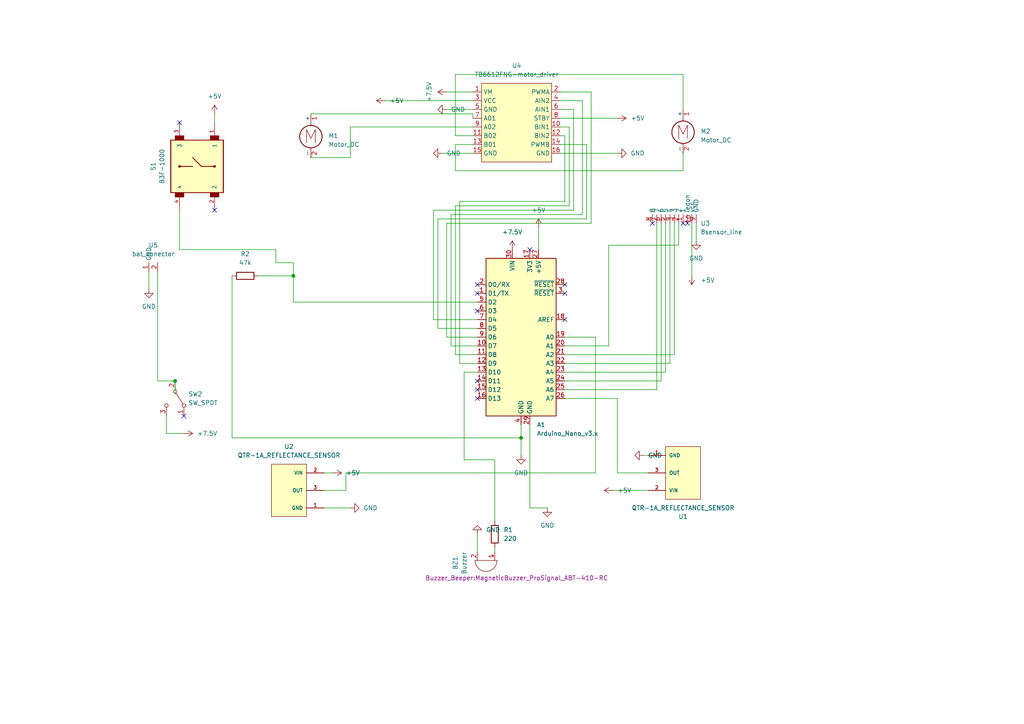
<source format=kicad_sch>
(kicad_sch (version 20211123) (generator eeschema)
  (paper "A4")
  (lib_symbols
    (symbol "B3F-1000:B3F-1000" (pin_names (offset 1.016))
      (property "Reference" "S" (at -7.62 7.62 0))
      (property "Value" "B3F-1000" (at -7.62 -8.9154 0))
      (symbol "B3F-1000_0_0"
        (rectangle (start -8.89 -6.35) (end -7.62 -3.81) (fill (type outline)))
        (rectangle (start -8.89 3.81) (end -7.62 6.35) (fill (type outline)))
        (rectangle (start -7.62 -7.62) (end 7.62 7.62) (stroke (width 0.254)) (fill (type background)))
        (circle (center 0 -5.08) (radius 0.254) (stroke (width 0.254)))
        (polyline (pts (xy -7.62 7.62) (xy 7.62 7.62)) (stroke (width 0.254)))
        (polyline (pts (xy 0 -5.08) (xy 0 -1.27)) (stroke (width 0.254)))
        (polyline (pts (xy 0 -1.27) (xy 2.54 1.27)) (stroke (width 0.254)))
        (polyline (pts (xy 0 5.08) (xy 0 1.27)) (stroke (width 0.254)))
        (polyline (pts (xy 7.62 -7.62) (xy -7.62 -7.62)) (stroke (width 0.254)))
        (circle (center 0 5.08) (radius 0.254) (stroke (width 0.254)))
        (rectangle (start 7.62 -6.35) (end 8.89 -3.81) (fill (type outline)))
        (rectangle (start 7.62 3.81) (end 8.89 6.35) (fill (type outline)))
        (pin passive line (at 12.7 -5.08 180) (length 5.08) (name "1") (number "1"))
        (pin passive line (at -12.7 -5.08 0) (length 5.08) (name "2") (number "2"))
        (pin passive line (at 12.7 5.08 180) (length 5.08) (name "3") (number "3"))
        (pin passive line (at -12.7 5.08 0) (length 5.08) (name "4") (number "4"))
      )
    )
    (symbol "Device:Buzzer" (pin_names (offset 0.0254) hide)
      (property "Reference" "BZ" (at 3.81 1.27 0))
      (property "Value" "Buzzer" (at 3.81 -1.27 0))
      (symbol "Buzzer_0_1"
        (arc (start 0 -3.175) (mid 3.175 0) (end 0 3.175))
        (polyline (pts (xy -1.651 1.905) (xy -1.143 1.905)))
        (polyline (pts (xy -1.397 2.159) (xy -1.397 1.651)))
        (polyline (pts (xy 0 3.175) (xy 0 -3.175)))
      )
      (symbol "Buzzer_1_1"
        (pin passive line (at -2.54 2.54 0) (length 2.54) (name "-") (number "1"))
        (pin passive line (at -2.54 -2.54 0) (length 2.54) (name "+") (number "2"))
      )
    )
    (symbol "Device:R" (pin_numbers hide) (pin_names (offset 0))
      (property "Reference" "R" (at 2.032 0 90))
      (property "Value" "R" (at 0 0 90))
      (symbol "R_0_1"
        (rectangle (start -1.016 -2.54) (end 1.016 2.54) (stroke (width 0.254)))
      )
      (symbol "R_1_1"
        (pin passive line (at 0 3.81 270) (length 1.27) (name "~") (number "1"))
        (pin passive line (at 0 -3.81 90) (length 1.27) (name "~") (number "2"))
      )
    )
    (symbol "MCU_Module:Arduino_Nano_v3.x"
      (property "Reference" "A" (at -10.16 23.495 0))
      (property "Value" "Arduino_Nano_v3.x" (at 5.08 -24.13 0))
      (symbol "Arduino_Nano_v3.x_0_1"
        (rectangle (start -10.16 22.86) (end 10.16 -22.86) (stroke (width 0.254)) (fill (type background)))
      )
      (symbol "Arduino_Nano_v3.x_1_1"
        (pin bidirectional line (at -12.7 12.7 0) (length 2.54) (name "D1/TX") (number "1"))
        (pin bidirectional line (at -12.7 -2.54 0) (length 2.54) (name "D7") (number "10"))
        (pin bidirectional line (at -12.7 -5.08 0) (length 2.54) (name "D8") (number "11"))
        (pin bidirectional line (at -12.7 -7.62 0) (length 2.54) (name "D9") (number "12"))
        (pin bidirectional line (at -12.7 -10.16 0) (length 2.54) (name "D10") (number "13"))
        (pin bidirectional line (at -12.7 -12.7 0) (length 2.54) (name "D11") (number "14"))
        (pin bidirectional line (at -12.7 -15.24 0) (length 2.54) (name "D12") (number "15"))
        (pin bidirectional line (at -12.7 -17.78 0) (length 2.54) (name "D13") (number "16"))
        (pin power_out line (at 2.54 25.4 270) (length 2.54) (name "3V3") (number "17"))
        (pin input line (at 12.7 5.08 180) (length 2.54) (name "AREF") (number "18"))
        (pin bidirectional line (at 12.7 0 180) (length 2.54) (name "A0") (number "19"))
        (pin bidirectional line (at -12.7 15.24 0) (length 2.54) (name "D0/RX") (number "2"))
        (pin bidirectional line (at 12.7 -2.54 180) (length 2.54) (name "A1") (number "20"))
        (pin bidirectional line (at 12.7 -5.08 180) (length 2.54) (name "A2") (number "21"))
        (pin bidirectional line (at 12.7 -7.62 180) (length 2.54) (name "A3") (number "22"))
        (pin bidirectional line (at 12.7 -10.16 180) (length 2.54) (name "A4") (number "23"))
        (pin bidirectional line (at 12.7 -12.7 180) (length 2.54) (name "A5") (number "24"))
        (pin bidirectional line (at 12.7 -15.24 180) (length 2.54) (name "A6") (number "25"))
        (pin bidirectional line (at 12.7 -17.78 180) (length 2.54) (name "A7") (number "26"))
        (pin power_out line (at 5.08 25.4 270) (length 2.54) (name "+5V") (number "27"))
        (pin input line (at 12.7 15.24 180) (length 2.54) (name "~{RESET}") (number "28"))
        (pin power_in line (at 2.54 -25.4 90) (length 2.54) (name "GND") (number "29"))
        (pin input line (at 12.7 12.7 180) (length 2.54) (name "~{RESET}") (number "3"))
        (pin power_in line (at -2.54 25.4 270) (length 2.54) (name "VIN") (number "30"))
        (pin power_in line (at 0 -25.4 90) (length 2.54) (name "GND") (number "4"))
        (pin bidirectional line (at -12.7 10.16 0) (length 2.54) (name "D2") (number "5"))
        (pin bidirectional line (at -12.7 7.62 0) (length 2.54) (name "D3") (number "6"))
        (pin bidirectional line (at -12.7 5.08 0) (length 2.54) (name "D4") (number "7"))
        (pin bidirectional line (at -12.7 2.54 0) (length 2.54) (name "D5") (number "8"))
        (pin bidirectional line (at -12.7 0 0) (length 2.54) (name "D6") (number "9"))
      )
    )
    (symbol "Motor:Motor_DC" (pin_names (offset 0))
      (property "Reference" "M" (at 2.54 2.54 0))
      (property "Value" "Motor_DC" (at 2.54 -5.08 0))
      (symbol "Motor_DC_0_0"
        (polyline (pts (xy -1.27 -3.302) (xy -1.27 0.508) (xy 0 -2.032) (xy 1.27 0.508) (xy 1.27 -3.302)))
      )
      (symbol "Motor_DC_0_1"
        (circle (center 0 -1.524) (radius 3.2512) (stroke (width 0.254)))
        (polyline (pts (xy 0 -7.62) (xy 0 -7.112)))
        (polyline (pts (xy 0 -4.7752) (xy 0 -5.1816)))
        (polyline (pts (xy 0 1.7272) (xy 0 2.0828)))
        (polyline (pts (xy 0 2.032) (xy 0 2.54)))
      )
      (symbol "Motor_DC_1_1"
        (pin passive line (at 0 5.08 270) (length 2.54) (name "+") (number "1"))
        (pin passive line (at 0 -7.62 90) (length 2.54) (name "-") (number "2"))
      )
    )
    (symbol "QTR-1A_REFLECTANCE_SENSOR:QTR-1A_REFLECTANCE_SENSOR" (pin_names (offset 1.016))
      (property "Reference" "U" (at -5.08 8.1534 0))
      (property "Value" "QTR-1A_REFLECTANCE_SENSOR" (at -5.08 -10.1854 0))
      (symbol "QTR-1A_REFLECTANCE_SENSOR_0_0"
        (rectangle (start -5.08 -7.62) (end 5.08 7.62) (stroke (width 0.1524)) (fill (type background)))
        (pin power_in line (at 10.16 -5.08 180) (length 5.08) (name "GND") (number "1"))
        (pin power_in line (at 10.16 5.08 180) (length 5.08) (name "VIN") (number "2"))
        (pin output line (at 10.16 0 180) (length 5.08) (name "OUT") (number "3"))
      )
    )
    (symbol "Switch:SW_SPDT" (pin_names (offset 0) hide)
      (property "Reference" "SW" (at 0 4.318 0))
      (property "Value" "SW_SPDT" (at 0 -5.08 0))
      (symbol "SW_SPDT_0_0"
        (circle (center -2.032 0) (radius 0.508))
        (circle (center 2.032 -2.54) (radius 0.508))
      )
      (symbol "SW_SPDT_0_1"
        (polyline (pts (xy -1.524 0.254) (xy 1.651 2.286)))
        (circle (center 2.032 2.54) (radius 0.508))
      )
      (symbol "SW_SPDT_1_1"
        (pin passive line (at 5.08 2.54 180) (length 2.54) (name "A") (number "1"))
        (pin passive line (at -5.08 0 0) (length 2.54) (name "B") (number "2"))
        (pin passive line (at 5.08 -2.54 180) (length 2.54) (name "C") (number "3"))
      )
    )
    (symbol "libbbb:bat_conector"
      (property "Reference" "U" (at 0 0 0))
      (property "Value" "bat_conector" (at 0 0 0))
      (symbol "bat_conector_1_1"
        (pin input line (at 0 -2.54 0) (length 2.54) (name "GND") (number "1"))
        (pin input line (at 0 -5.08 0) (length 2.54) (name "") (number "2"))
      )
    )
    (symbol "placa_velocista:8sensor_line"
      (property "Reference" "U" (at 0 0 0))
      (property "Value" "8sensor_line" (at 0 -15 0))
      (symbol "8sensor_line_1_1"
        (pin input line (at -2.54 0 90) (length 2.54) (name "ledon") (number ""))
        (pin input line (at -3.81 0 90) (length 2.54) (name "1") (number "1"))
        (pin input line (at -1.27 0 90) (length 2.54) (name "vcc") (number "10"))
        (pin input line (at -5.08 0 90) (length 2.54) (name "2") (number "2"))
        (pin input line (at -6.35 0 90) (length 2.54) (name "3") (number "3"))
        (pin input line (at -7.62 0 90) (length 2.54) (name "4") (number "4"))
        (pin input line (at -8.89 0 90) (length 2.54) (name "5") (number "5"))
        (pin input line (at -10.16 0 90) (length 2.54) (name "6") (number "6"))
        (pin input line (at -11.43 0 90) (length 2.54) (name "7") (number "7"))
        (pin input line (at -12.7 0 90) (length 2.54) (name "8") (number "8"))
        (pin input line (at 0 0 90) (length 2.54) (name "GND") (number "9"))
      )
    )
    (symbol "placa_velocista:TB6612FNG-motor_driver"
      (property "Reference" "U" (at 0 8.89 0))
      (property "Value" "TB6612FNG-motor_driver" (at 7.62 -2.54 0))
      (symbol "TB6612FNG-motor_driver_0_1"
        (rectangle (start 2.54 22.86) (end 22.86 0) (fill (type background)))
      )
      (symbol "TB6612FNG-motor_driver_1_1"
        (pin input line (at 0 20.32 0) (length 2.54) (name "VM") (number "1"))
        (pin input line (at 25.4 10.16 180) (length 2.54) (name "BIN1") (number "10"))
        (pin input line (at 0 7.62 0) (length 2.54) (name "B02") (number "11"))
        (pin input line (at 25.4 7.62 180) (length 2.54) (name "BIN2") (number "12"))
        (pin input line (at 0 5.08 0) (length 2.54) (name "B01") (number "13"))
        (pin input line (at 25.4 5.08 180) (length 2.54) (name "PWMB") (number "14"))
        (pin input line (at 0 2.54 0) (length 2.54) (name "GND") (number "15"))
        (pin input line (at 25.4 2.54 180) (length 2.54) (name "GND") (number "16"))
        (pin input line (at 25.4 20.32 180) (length 2.54) (name "PWMA") (number "2"))
        (pin input line (at 0 17.78 0) (length 2.54) (name "VCC") (number "3"))
        (pin input line (at 25.4 17.78 180) (length 2.54) (name "AIN2") (number "4"))
        (pin input line (at 0 15.24 0) (length 2.54) (name "GND") (number "5"))
        (pin input line (at 25.4 15.24 180) (length 2.54) (name "AIN1") (number "6"))
        (pin input line (at 0 12.7 0) (length 2.54) (name "A01") (number "7"))
        (pin input line (at 25.4 12.7 180) (length 2.54) (name "STBY") (number "8"))
        (pin input line (at 0 10.16 0) (length 2.54) (name "A02") (number "9"))
      )
    )
    (symbol "power:+5V" (power) (pin_names (offset 0))
      (property "Value" "+5V" (at 0 3.556 0))
      (symbol "+5V_0_1"
        (polyline (pts (xy -0.762 1.27) (xy 0 2.54)))
        (polyline (pts (xy 0 0) (xy 0 2.54)))
        (polyline (pts (xy 0 2.54) (xy 0.762 1.27)))
      )
      (symbol "+5V_1_1"
        (pin power_in line (at 0 0 90) (length 0) hide (name "+5V") (number "1"))
      )
    )
    (symbol "power:+7.5V" (power) (pin_names (offset 0))
      (property "Value" "+7.5V" (at 0 3.556 0))
      (symbol "+7.5V_0_1"
        (polyline (pts (xy -0.762 1.27) (xy 0 2.54)))
        (polyline (pts (xy 0 0) (xy 0 2.54)))
        (polyline (pts (xy 0 2.54) (xy 0.762 1.27)))
      )
      (symbol "+7.5V_1_1"
        (pin power_in line (at 0 0 90) (length 0) hide (name "+7.5V") (number "1"))
      )
    )
    (symbol "power:GND" (power) (pin_names (offset 0))
      (property "Value" "GND" (at 0 -3.81 0))
      (symbol "GND_0_1"
        (polyline (pts (xy 0 0) (xy 0 -1.27) (xy 1.27 -1.27) (xy 0 -2.54) (xy -1.27 -1.27) (xy 0 -1.27)))
      )
      (symbol "GND_1_1"
        (pin power_in line (at 0 0 270) (length 0) hide (name "GND") (number "1"))
      )
    )
  )
  (junction (at 151.13 127))
  (junction (at 50.8 110.49))
  (junction (at 85.09 80.01))
  (no_connect (at 198.12 64.77))
  (no_connect (at 199.39 64.77))
  (no_connect (at 189.23 64.77))
  (no_connect (at 53.34 120.65))
  (no_connect (at 52.07 35.56))
  (no_connect (at 62.23 60.96))
  (no_connect (at 138.43 90.17))
  (no_connect (at 138.43 115.57))
  (no_connect (at 138.43 113.03))
  (no_connect (at 138.43 110.49))
  (no_connect (at 163.83 92.71))
  (no_connect (at 163.83 85.09))
  (no_connect (at 163.83 82.55))
  (no_connect (at 153.67 72.39))
  (no_connect (at 138.43 85.09))
  (no_connect (at 138.43 82.55))
  (wire (pts (xy 163.83 97.79) (xy 172.72 97.79)))
  (wire (pts (xy 45.72 110.49) (xy 50.8 110.49)))
  (wire (pts (xy 177.8 142.24) (xy 187.96 142.24)))
  (wire (pts (xy 171.45 26.67) (xy 171.45 64.77)))
  (wire (pts (xy 151.13 127) (xy 151.13 132.08)))
  (wire (pts (xy 191.77 110.49) (xy 163.83 110.49)))
  (wire (pts (xy 194.31 64.77) (xy 194.31 105.41)))
  (wire (pts (xy 190.5 113.03) (xy 163.83 113.03)))
  (wire (pts (xy 111.76 29.21) (xy 137.16 29.21)))
  (wire (pts (xy 132.08 49.53) (xy 132.08 41.91)))
  (wire (pts (xy 143.51 133.35) (xy 134.62 133.35)))
  (wire (pts (xy 191.77 64.77) (xy 191.77 110.49)))
  (wire (pts (xy 132.08 21.59) (xy 132.08 39.37)))
  (wire (pts (xy 176.53 100.33) (xy 163.83 100.33)))
  (wire (pts (xy 80.01 76.2) (xy 85.09 76.2)))
  (wire (pts (xy 162.56 29.21) (xy 168.91 29.21)))
  (wire (pts (xy 176.53 71.12) (xy 176.53 100.33)))
  (wire (pts (xy 101.6 36.83) (xy 137.16 36.83)))
  (wire (pts (xy 129.54 97.79) (xy 138.43 97.79)))
  (wire (pts (xy 74.93 80.01) (xy 85.09 80.01)))
  (wire (pts (xy 172.72 137.16) (xy 100.33 137.16)))
  (wire (pts (xy 193.04 64.77) (xy 193.04 107.95)))
  (wire (pts (xy 129.54 26.67) (xy 137.16 26.67)))
  (wire (pts (xy 163.83 58.42) (xy 133.35 58.42)))
  (wire (pts (xy 50.8 110.49) (xy 50.8 114.3)))
  (wire (pts (xy 132.08 59.69) (xy 132.08 102.87)))
  (wire (pts (xy 201.93 64.77) (xy 201.93 69.85)))
  (wire (pts (xy 198.12 49.53) (xy 132.08 49.53)))
  (wire (pts (xy 85.09 76.2) (xy 85.09 80.01)))
  (wire (pts (xy 52.07 60.96) (xy 52.07 72.39)))
  (wire (pts (xy 101.6 45.72) (xy 101.6 36.83)))
  (wire (pts (xy 190.5 64.77) (xy 190.5 113.03)))
  (wire (pts (xy 85.09 80.01) (xy 85.09 87.63)))
  (wire (pts (xy 127 95.25) (xy 138.43 95.25)))
  (wire (pts (xy 130.81 100.33) (xy 138.43 100.33)))
  (wire (pts (xy 168.91 29.21) (xy 168.91 62.23)))
  (wire (pts (xy 93.98 137.16) (xy 96.52 137.16)))
  (wire (pts (xy 153.67 123.19) (xy 153.67 147.32)))
  (wire (pts (xy 162.56 39.37) (xy 163.83 39.37)))
  (wire (pts (xy 171.45 64.77) (xy 129.54 64.77)))
  (wire (pts (xy 196.85 71.12) (xy 176.53 71.12)))
  (wire (pts (xy 179.07 115.57) (xy 179.07 137.16)))
  (wire (pts (xy 162.56 44.45) (xy 179.07 44.45)))
  (wire (pts (xy 67.31 80.01) (xy 67.31 127)))
  (wire (pts (xy 153.67 147.32) (xy 158.75 147.32)))
  (wire (pts (xy 165.1 36.83) (xy 165.1 59.69)))
  (wire (pts (xy 143.51 158.75) (xy 143.51 160.02)))
  (wire (pts (xy 67.31 127) (xy 151.13 127)))
  (wire (pts (xy 163.83 39.37) (xy 163.83 58.42)))
  (wire (pts (xy 132.08 41.91) (xy 137.16 41.91)))
  (wire (pts (xy 170.18 41.91) (xy 170.18 63.5)))
  (wire (pts (xy 163.83 105.41) (xy 194.31 105.41)))
  (wire (pts (xy 151.13 123.19) (xy 151.13 127)))
  (wire (pts (xy 162.56 26.67) (xy 171.45 26.67)))
  (wire (pts (xy 52.07 72.39) (xy 80.01 72.39)))
  (wire (pts (xy 138.43 154.94) (xy 138.43 160.02)))
  (wire (pts (xy 100.33 142.24) (xy 93.98 142.24)))
  (wire (pts (xy 168.91 62.23) (xy 130.81 62.23)))
  (wire (pts (xy 100.33 137.16) (xy 100.33 142.24)))
  (wire (pts (xy 198.12 31.75) (xy 198.12 21.59)))
  (wire (pts (xy 198.12 21.59) (xy 132.08 21.59)))
  (wire (pts (xy 133.35 105.41) (xy 138.43 105.41)))
  (wire (pts (xy 62.23 33.02) (xy 62.23 35.56)))
  (wire (pts (xy 133.35 58.42) (xy 133.35 105.41)))
  (wire (pts (xy 137.16 33.02) (xy 137.16 34.29)))
  (wire (pts (xy 48.26 125.73) (xy 53.34 125.73)))
  (wire (pts (xy 162.56 36.83) (xy 165.1 36.83)))
  (wire (pts (xy 125.73 60.96) (xy 125.73 92.71)))
  (wire (pts (xy 127 63.5) (xy 127 95.25)))
  (wire (pts (xy 85.09 87.63) (xy 138.43 87.63)))
  (wire (pts (xy 90.17 33.02) (xy 137.16 33.02)))
  (wire (pts (xy 48.26 120.65) (xy 48.26 125.73)))
  (wire (pts (xy 200.66 64.77) (xy 200.66 80.01)))
  (wire (pts (xy 166.37 31.75) (xy 166.37 60.96)))
  (wire (pts (xy 134.62 133.35) (xy 134.62 107.95)))
  (wire (pts (xy 90.17 45.72) (xy 101.6 45.72)))
  (wire (pts (xy 93.98 147.32) (xy 101.6 147.32)))
  (wire (pts (xy 165.1 59.69) (xy 132.08 59.69)))
  (wire (pts (xy 162.56 34.29) (xy 179.07 34.29)))
  (wire (pts (xy 125.73 92.71) (xy 138.43 92.71)))
  (wire (pts (xy 196.85 64.77) (xy 196.85 71.12)))
  (wire (pts (xy 172.72 97.79) (xy 172.72 137.16)))
  (wire (pts (xy 143.51 151.13) (xy 143.51 133.35)))
  (wire (pts (xy 129.54 64.77) (xy 129.54 97.79)))
  (wire (pts (xy 128.27 44.45) (xy 137.16 44.45)))
  (wire (pts (xy 170.18 63.5) (xy 127 63.5)))
  (wire (pts (xy 162.56 31.75) (xy 166.37 31.75)))
  (wire (pts (xy 129.54 31.75) (xy 137.16 31.75)))
  (wire (pts (xy 179.07 137.16) (xy 187.96 137.16)))
  (wire (pts (xy 132.08 39.37) (xy 137.16 39.37)))
  (wire (pts (xy 186.69 132.08) (xy 187.96 132.08)))
  (wire (pts (xy 163.83 102.87) (xy 195.58 102.87)))
  (wire (pts (xy 130.81 62.23) (xy 130.81 100.33)))
  (wire (pts (xy 193.04 107.95) (xy 163.83 107.95)))
  (wire (pts (xy 45.72 78.74) (xy 45.72 110.49)))
  (wire (pts (xy 166.37 60.96) (xy 125.73 60.96)))
  (wire (pts (xy 156.21 66.04) (xy 156.21 72.39)))
  (wire (pts (xy 132.08 102.87) (xy 138.43 102.87)))
  (wire (pts (xy 162.56 41.91) (xy 170.18 41.91)))
  (wire (pts (xy 43.18 78.74) (xy 43.18 83.82)))
  (wire (pts (xy 163.83 115.57) (xy 179.07 115.57)))
  (wire (pts (xy 80.01 72.39) (xy 80.01 76.2)))
  (wire (pts (xy 198.12 44.45) (xy 198.12 49.53)))
  (wire (pts (xy 195.58 64.77) (xy 195.58 102.87)))
  (wire (pts (xy 134.62 107.95) (xy 138.43 107.95)))
  (symbol (lib_id "Device:R") (at 71.12 80.01 90) (unit 1)
    (property "Reference" "R2" (at 71.12 73.66 90))
    (property "Value" "47k" (at 71.12 76.2 90))
    (property "Footprint" "Resistor_THT:R_Axial_DIN0207_L6.3mm_D2.5mm_P15.24mm_Horizontal" (effects hide))
  )
  (symbol (lib_id "power:+7.5V") (at 148.59 72.39 0) (unit 1)
    (property "Reference" "#PWR0106" (effects hide))
    (property "Value" "+7.5V" (at 148.59 67.31 0))
  )
  (symbol (lib_id "power:+5V") (at 177.8 142.24 90) (unit 1)
    (property "Reference" "#PWR0118" (effects hide))
    (property "Value" "+5V" (at 179.07 142.2399 90) (effects (justify right)))
  )
  (symbol (lib_id "power:+5V") (at 156.21 66.04 0) (unit 1)
    (property "Reference" "#PWR0104" (effects hide))
    (property "Value" "+5V" (at 156.21 60.96 0))
  )
  (symbol (lib_id "Switch:SW_SPDT") (at 50.8 115.57 270) (unit 1)
    (property "Reference" "SW2" (at 54.61 114.2999 90) (effects (justify left)))
    (property "Value" "SW_SPDT" (at 54.61 116.8399 90) (effects (justify left)))
    (property "Footprint" "8-lines:SPST slide switch" (effects hide))
  )
  (symbol (lib_id "Device:Buzzer") (at 140.97 162.56 270) (unit 1)
    (property "Reference" "BZ1" (at 132.08 163.322 0))
    (property "Value" "Buzzer" (at 134.62 163.322 0))
    (property "Footprint" "Buzzer_Beeper:MagneticBuzzer_ProSignal_ABT-410-RC" (at 149.86 167.64 90))
  )
  (symbol (lib_id "Device:R") (at 143.51 154.94 180) (unit 1)
    (property "Reference" "R1" (at 146.05 153.6699 0) (effects (justify right)))
    (property "Value" "220" (at 146.05 156.2099 0) (effects (justify right)))
    (property "Footprint" "Resistor_THT:R_Axial_DIN0207_L6.3mm_D2.5mm_P15.24mm_Horizontal" (effects hide))
  )
  (symbol (lib_id "MCU_Module:Arduino_Nano_v3.x") (at 151.13 97.79 0) (unit 1)
    (property "Reference" "A1" (at 155.6894 123.19 0) (effects (justify left)))
    (property "Value" "Arduino_Nano_v3.x" (at 155.6894 125.73 0) (effects (justify left)))
    (property "Footprint" "Module:Arduino_Nano" (effects hide))
    (property "Datasheet" "http://www.mouser.com/pdfdocs/Gravitech_Arduino_Nano3_0.pdf" (effects hide))
  )
  (symbol (lib_id "placa_velocista:8sensor_line") (at 201.93 64.77 0) (unit 1)
    (property "Reference" "U3" (at 203.2 64.7699 0) (effects (justify left)))
    (property "Value" "8sensor_line" (at 203.2 67.3099 0) (effects (justify left)))
    (property "Footprint" "8-lines:8-lines sensor" (effects hide))
  )
  (symbol (lib_id "power:GND") (at 201.93 69.85 0) (unit 1)
    (property "Reference" "#PWR0119" (effects hide))
    (property "Value" "GND" (at 201.93 74.93 0))
  )
  (symbol (lib_id "B3F-1000:B3F-1000") (at 57.15 48.26 90) (unit 1)
    (property "Reference" "S1" (at 44.45 48.26 0))
    (property "Value" "B3F-1000" (at 46.99 48.26 0))
    (property "Footprint" "button:SW_B3F-1000" (effects hide))
    (property "MANUFACTURER" "Omron" (effects hide))
  )
  (symbol (lib_id "power:GND") (at 138.43 154.94 180) (unit 1)
    (property "Reference" "#PWR0110" (effects hide))
    (property "Value" "GND" (at 140.97 153.6699 0) (effects (justify right)))
  )
  (symbol (lib_id "power:+5V") (at 62.23 33.02 0) (unit 1)
    (property "Reference" "#PWR0116" (effects hide))
    (property "Value" "+5V" (at 62.23 27.94 0))
  )
  (symbol (lib_id "power:+5V") (at 200.66 80.01 180) (unit 1)
    (property "Reference" "#PWR0120" (effects hide))
    (property "Value" "+5V" (at 203.2 81.2799 0) (effects (justify right)))
  )
  (symbol (lib_id "power:GND") (at 128.27 44.45 270) (unit 1)
    (property "Reference" "#PWR0111" (effects hide))
    (property "Value" "GND" (at 129.54 44.4499 90) (effects (justify left)))
  )
  (symbol (lib_id "power:GND") (at 151.13 132.08 0) (unit 1)
    (property "Reference" "#PWR0103" (effects hide))
    (property "Value" "GND" (at 151.13 137.16 0))
  )
  (symbol (lib_id "QTR-1A_REFLECTANCE_SENSOR:QTR-1A_REFLECTANCE_SENSOR") (at 83.82 142.24 0) (unit 1)
    (property "Reference" "U2" (at 83.82 129.54 0))
    (property "Value" "QTR-1A_REFLECTANCE_SENSOR" (at 83.82 132.08 0))
    (property "Footprint" "QTR-1A:SENSOR_QTR-1A_REFLECTANCE_SENSOR" (effects hide))
    (property "MANUFACTURER" "Pololu" (effects hide))
  )
  (symbol (lib_id "power:+5V") (at 96.52 137.16 270) (unit 1)
    (property "Reference" "#PWR0108" (effects hide))
    (property "Value" "+5V" (at 100.33 137.1599 90) (effects (justify left)))
  )
  (symbol (lib_id "libbbb:bat_conector") (at 40.64 78.74 90) (unit 1)
    (property "Reference" "U5" (at 44.45 71.12 90))
    (property "Value" "bat_conector" (at 44.45 73.66 90))
    (property "Footprint" "8-lines:motor dc conection_copy" (effects hide))
  )
  (symbol (lib_id "power:+7.5V") (at 129.54 26.67 90) (unit 1)
    (property "Reference" "#PWR0105" (effects hide))
    (property "Value" "+7.5V" (at 124.46 26.67 0))
  )
  (symbol (lib_id "placa_velocista:TB6612FNG-motor_driver") (at 137.16 46.99 0) (unit 1)
    (property "Reference" "U4" (at 149.86 19.05 0))
    (property "Value" "TB6612FNG-motor_driver" (at 149.86 21.59 0))
    (property "Footprint" "8-lines:TB6612FNG-Motor driver" (effects hide))
  )
  (symbol (lib_id "power:GND") (at 186.69 132.08 270) (unit 1)
    (property "Reference" "#PWR0117" (effects hide))
    (property "Value" "GND" (at 187.96 132.0799 90) (effects (justify left)))
  )
  (symbol (lib_id "power:+7.5V") (at 53.34 125.73 270) (unit 1)
    (property "Reference" "#PWR0101" (effects hide))
    (property "Value" "+7.5V" (at 57.15 125.7299 90) (effects (justify left)))
  )
  (symbol (lib_id "power:GND") (at 43.18 83.82 0) (unit 1)
    (property "Reference" "#PWR0115" (effects hide))
    (property "Value" "GND" (at 43.18 88.9 0))
  )
  (symbol (lib_id "power:GND") (at 158.75 147.32 0) (unit 1)
    (property "Reference" "#PWR0102" (effects hide))
    (property "Value" "GND" (at 158.75 152.4 0))
  )
  (symbol (lib_id "Motor:Motor_DC") (at 198.12 36.83 0) (unit 1)
    (property "Reference" "M2" (at 203.2 38.0999 0) (effects (justify left)))
    (property "Value" "Motor_DC" (at 203.2 40.6399 0) (effects (justify left)))
    (property "Footprint" "8-lines:motor dc conection_copy" (effects hide))
  )
  (symbol (lib_id "QTR-1A_REFLECTANCE_SENSOR:QTR-1A_REFLECTANCE_SENSOR") (at 198.12 137.16 180) (unit 1)
    (property "Reference" "U1" (at 198.12 149.86 0))
    (property "Value" "QTR-1A_REFLECTANCE_SENSOR" (at 198.12 147.32 0))
    (property "Footprint" "QTR-1A:SENSOR_QTR-1A_REFLECTANCE_SENSOR" (effects hide))
    (property "MANUFACTURER" "Pololu" (effects hide))
  )
  (symbol (lib_id "power:GND") (at 129.54 31.75 270) (unit 1)
    (property "Reference" "#PWR0112" (effects hide))
    (property "Value" "GND" (at 130.81 31.7499 90) (effects (justify left)))
  )
  (symbol (lib_id "power:+5V") (at 179.07 34.29 270) (unit 1)
    (property "Reference" "#PWR0113" (effects hide))
    (property "Value" "+5V" (at 182.88 34.2899 90) (effects (justify left)))
  )
  (symbol (lib_id "Motor:Motor_DC") (at 90.17 38.1 0) (unit 1)
    (property "Reference" "M1" (at 95.25 39.3699 0) (effects (justify left)))
    (property "Value" "Motor_DC" (at 95.25 41.9099 0) (effects (justify left)))
    (property "Footprint" "8-lines:motor dc conection_copy" (effects hide))
  )
  (symbol (lib_id "power:+5V") (at 111.76 29.21 90) (unit 1)
    (property "Reference" "#PWR0114" (effects hide))
    (property "Value" "+5V" (at 113.03 29.2099 90) (effects (justify right)))
  )
  (symbol (lib_id "power:GND") (at 101.6 147.32 90) (unit 1)
    (property "Reference" "#PWR0109" (effects hide))
    (property "Value" "GND" (at 105.41 147.3199 90) (effects (justify right)))
  )
  (symbol (lib_id "power:GND") (at 179.07 44.45 90) (unit 1)
    (property "Reference" "#PWR0107" (effects hide))
    (property "Value" "GND" (at 182.88 44.4499 90) (effects (justify right)))
  )
)
</source>
